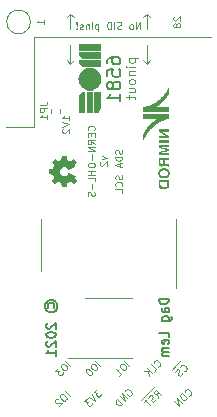
<source format=gbo>
G04 #@! TF.GenerationSoftware,KiCad,Pcbnew,5.1.9-1.fc33*
G04 #@! TF.CreationDate,2021-04-28T13:16:13+02:00*
G04 #@! TF.ProjectId,reDIP-SID,72654449-502d-4534-9944-2e6b69636164,0.2*
G04 #@! TF.SameCoordinates,PX5e28010PY8011a50*
G04 #@! TF.FileFunction,Legend,Bot*
G04 #@! TF.FilePolarity,Positive*
%FSLAX46Y46*%
G04 Gerber Fmt 4.6, Leading zero omitted, Abs format (unit mm)*
G04 Created by KiCad (PCBNEW 5.1.9-1.fc33) date 2021-04-28 13:16:13*
%MOMM*%
%LPD*%
G01*
G04 APERTURE LIST*
%ADD10C,0.120000*%
%ADD11C,0.150000*%
%ADD12C,0.350000*%
G04 APERTURE END LIST*
D10*
X5666193Y5182336D02*
X5241928Y5606600D01*
X4959086Y5323757D02*
X4878274Y5242945D01*
X4858071Y5182336D01*
X4858071Y5101523D01*
X4918680Y5000508D01*
X5060101Y4859087D01*
X5161116Y4798478D01*
X5241928Y4798478D01*
X5302538Y4818681D01*
X5383350Y4899493D01*
X5403553Y4960102D01*
X5403553Y5040914D01*
X5342944Y5141929D01*
X5201522Y5283351D01*
X5100507Y5343960D01*
X5019695Y5343960D01*
X4959086Y5323757D01*
X4635837Y5000508D02*
X4373197Y4737868D01*
X4676243Y4717665D01*
X4615634Y4657056D01*
X4595431Y4596447D01*
X4595431Y4556041D01*
X4615634Y4495432D01*
X4716649Y4394417D01*
X4777258Y4374214D01*
X4817664Y4374214D01*
X4878274Y4394417D01*
X4999492Y4515635D01*
X5019695Y4576244D01*
X5019695Y4616650D01*
X5596193Y2612336D02*
X5171928Y3036600D01*
X4889086Y2753757D02*
X4808274Y2672945D01*
X4788071Y2612336D01*
X4788071Y2531523D01*
X4848680Y2430508D01*
X4990101Y2289087D01*
X5091116Y2228478D01*
X5171928Y2228478D01*
X5232538Y2248681D01*
X5313350Y2329493D01*
X5333553Y2390102D01*
X5333553Y2470914D01*
X5272944Y2571929D01*
X5131522Y2713351D01*
X5030507Y2773960D01*
X4949695Y2773960D01*
X4889086Y2753757D01*
X4586040Y2369899D02*
X4545634Y2369899D01*
X4485025Y2349696D01*
X4384009Y2248681D01*
X4363806Y2188072D01*
X4363806Y2147665D01*
X4384009Y2087056D01*
X4424416Y2046650D01*
X4505228Y2006244D01*
X4990101Y2006244D01*
X4727461Y1743604D01*
X8176193Y5192336D02*
X7751928Y5616600D01*
X7469086Y5333757D02*
X7388274Y5252945D01*
X7368071Y5192336D01*
X7368071Y5111523D01*
X7428680Y5010508D01*
X7570101Y4869087D01*
X7671116Y4808478D01*
X7751928Y4808478D01*
X7812538Y4828681D01*
X7893350Y4909493D01*
X7913553Y4970102D01*
X7913553Y5050914D01*
X7852944Y5151929D01*
X7711522Y5293351D01*
X7610507Y5353960D01*
X7529695Y5353960D01*
X7469086Y5333757D01*
X7024619Y4889290D02*
X6984213Y4848884D01*
X6964009Y4788275D01*
X6964009Y4747868D01*
X6984213Y4687259D01*
X7044822Y4586244D01*
X7145837Y4485229D01*
X7246852Y4424620D01*
X7307461Y4404417D01*
X7347867Y4404417D01*
X7408477Y4424620D01*
X7448883Y4465026D01*
X7469086Y4525635D01*
X7469086Y4566041D01*
X7448883Y4626650D01*
X7388274Y4727665D01*
X7287258Y4828681D01*
X7186243Y4889290D01*
X7125634Y4909493D01*
X7085228Y4909493D01*
X7024619Y4889290D01*
X13054061Y5101016D02*
X13094467Y5101016D01*
X13175279Y5141422D01*
X13215685Y5181828D01*
X13256091Y5262640D01*
X13256091Y5343452D01*
X13235888Y5404062D01*
X13175279Y5505077D01*
X13114670Y5565686D01*
X13013654Y5626295D01*
X12953045Y5646498D01*
X12872233Y5646498D01*
X12791421Y5606092D01*
X12751015Y5565686D01*
X12710609Y5484874D01*
X12710609Y5444468D01*
X12710609Y4676752D02*
X12912639Y4878782D01*
X12488375Y5303046D01*
X12569187Y4535330D02*
X12144923Y4959594D01*
X12326751Y4292894D02*
X12266142Y4717158D01*
X11902487Y4717158D02*
X12387360Y4717158D01*
X15068383Y5629942D02*
X14644119Y5205678D01*
X15292233Y4719188D02*
X15332639Y4719188D01*
X15413451Y4759594D01*
X15453857Y4800000D01*
X15494264Y4880813D01*
X15494264Y4961625D01*
X15474061Y5022234D01*
X15413451Y5123249D01*
X15352842Y5183858D01*
X15251827Y5244468D01*
X15191218Y5264671D01*
X15110406Y5264671D01*
X15029593Y5224265D01*
X14989187Y5183858D01*
X14948781Y5103046D01*
X14948781Y5062640D01*
X14644119Y5205678D02*
X14240058Y4801617D01*
X15150812Y4537361D02*
X15110406Y4456549D01*
X15009390Y4355533D01*
X14948781Y4335330D01*
X14908375Y4335330D01*
X14847766Y4355533D01*
X14807360Y4395939D01*
X14787157Y4456549D01*
X14787157Y4496955D01*
X14807360Y4557564D01*
X14867969Y4658579D01*
X14888172Y4719188D01*
X14888172Y4759594D01*
X14867969Y4820204D01*
X14827563Y4860610D01*
X14766954Y4880813D01*
X14726548Y4880813D01*
X14665938Y4860610D01*
X14564923Y4759594D01*
X14524517Y4678782D01*
X7882944Y3187615D02*
X7620304Y2924975D01*
X7923350Y2904772D01*
X7862741Y2844163D01*
X7842538Y2783554D01*
X7842538Y2743148D01*
X7862741Y2682539D01*
X7963756Y2581523D01*
X8024365Y2561320D01*
X8064771Y2561320D01*
X8125380Y2581523D01*
X8246599Y2702742D01*
X8266802Y2763351D01*
X8266802Y2803757D01*
X7499086Y2803757D02*
X7781928Y2238072D01*
X7216243Y2520914D01*
X7115228Y2419899D02*
X6852588Y2157259D01*
X7155634Y2137056D01*
X7095025Y2076447D01*
X7074822Y2015838D01*
X7074822Y1975432D01*
X7095025Y1914823D01*
X7196040Y1813807D01*
X7256649Y1793604D01*
X7297055Y1793604D01*
X7357664Y1813807D01*
X7478883Y1935026D01*
X7499086Y1995635D01*
X7499086Y2036041D01*
X10291116Y3025381D02*
X10311319Y3085991D01*
X10371928Y3146600D01*
X10452741Y3187006D01*
X10533553Y3187006D01*
X10594162Y3166803D01*
X10695177Y3106194D01*
X10755786Y3045584D01*
X10816396Y2944569D01*
X10836599Y2883960D01*
X10836599Y2803148D01*
X10796193Y2722336D01*
X10755786Y2681929D01*
X10674974Y2641523D01*
X10634568Y2641523D01*
X10493147Y2782945D01*
X10573959Y2863757D01*
X10493147Y2419290D02*
X10068883Y2843554D01*
X10250710Y2176853D01*
X9826446Y2601117D01*
X10048680Y1974823D02*
X9624416Y2399087D01*
X9523400Y2298072D01*
X9482994Y2217259D01*
X9482994Y2136447D01*
X9503197Y2075838D01*
X9563806Y1974823D01*
X9624416Y1914214D01*
X9725431Y1853604D01*
X9786040Y1833401D01*
X9866852Y1833401D01*
X9947664Y1873807D01*
X10048680Y1974823D01*
X15684568Y2651523D02*
X15724974Y2651523D01*
X15805786Y2691929D01*
X15846193Y2732336D01*
X15886599Y2813148D01*
X15886599Y2893960D01*
X15866396Y2954569D01*
X15805786Y3055584D01*
X15745177Y3116194D01*
X15644162Y3176803D01*
X15583553Y3197006D01*
X15502741Y3197006D01*
X15421928Y3156600D01*
X15381522Y3116194D01*
X15341116Y3035381D01*
X15341116Y2994975D01*
X15543147Y2429290D02*
X15118883Y2853554D01*
X15017867Y2752539D01*
X14977461Y2671726D01*
X14977461Y2590914D01*
X14997664Y2530305D01*
X15058274Y2429290D01*
X15118883Y2368681D01*
X15219898Y2308072D01*
X15280507Y2287868D01*
X15361319Y2287868D01*
X15442132Y2328275D01*
X15543147Y2429290D01*
X15118883Y2005026D02*
X14694619Y2429290D01*
X14876446Y1762589D01*
X14452182Y2186853D01*
X12810008Y3441566D02*
X12385744Y3017302D01*
X13074264Y2490407D02*
X13013654Y2833858D01*
X13316700Y2732843D02*
X12892436Y3157107D01*
X12730812Y2995483D01*
X12710609Y2934874D01*
X12710609Y2894468D01*
X12730812Y2833858D01*
X12791421Y2773249D01*
X12852030Y2753046D01*
X12892436Y2753046D01*
X12953045Y2773249D01*
X13114670Y2934874D01*
X12385744Y3017302D02*
X11981683Y2613241D01*
X12892436Y2348985D02*
X12852030Y2268173D01*
X12751015Y2167158D01*
X12690406Y2146955D01*
X12650000Y2146955D01*
X12589390Y2167158D01*
X12548984Y2207564D01*
X12528781Y2268173D01*
X12528781Y2308579D01*
X12548984Y2369188D01*
X12609593Y2470204D01*
X12629796Y2530813D01*
X12629796Y2571219D01*
X12609593Y2631828D01*
X12569187Y2672234D01*
X12508578Y2692437D01*
X12468172Y2692437D01*
X12407563Y2672234D01*
X12306548Y2571219D01*
X12266142Y2490407D01*
X11981683Y2613241D02*
X11658434Y2289992D01*
X12124720Y2389391D02*
X11882284Y2146955D01*
X12427766Y1843909D02*
X12003502Y2268173D01*
X10666193Y5192336D02*
X10241928Y5616600D01*
X9959086Y5333757D02*
X9878274Y5252945D01*
X9858071Y5192336D01*
X9858071Y5111523D01*
X9918680Y5010508D01*
X10060101Y4869087D01*
X10161116Y4808478D01*
X10241928Y4808478D01*
X10302538Y4828681D01*
X10383350Y4909493D01*
X10403553Y4970102D01*
X10403553Y5050914D01*
X10342944Y5151929D01*
X10201522Y5293351D01*
X10100507Y5353960D01*
X10019695Y5353960D01*
X9959086Y5333757D01*
X9797461Y4323604D02*
X10039898Y4566041D01*
X9918680Y4444823D02*
X9494416Y4869087D01*
X9595431Y4848884D01*
X9676243Y4848884D01*
X9736852Y4869087D01*
X14438571Y34747143D02*
X14410000Y34718572D01*
X14381428Y34661429D01*
X14381428Y34518572D01*
X14410000Y34461429D01*
X14438571Y34432858D01*
X14495714Y34404286D01*
X14552857Y34404286D01*
X14638571Y34432858D01*
X14981428Y34775715D01*
X14981428Y34404286D01*
X14638571Y34061429D02*
X14610000Y34118572D01*
X14581428Y34147143D01*
X14524285Y34175715D01*
X14495714Y34175715D01*
X14438571Y34147143D01*
X14410000Y34118572D01*
X14381428Y34061429D01*
X14381428Y33947143D01*
X14410000Y33890000D01*
X14438571Y33861429D01*
X14495714Y33832858D01*
X14524285Y33832858D01*
X14581428Y33861429D01*
X14610000Y33890000D01*
X14638571Y33947143D01*
X14638571Y34061429D01*
X14667142Y34118572D01*
X14695714Y34147143D01*
X14752857Y34175715D01*
X14867142Y34175715D01*
X14924285Y34147143D01*
X14952857Y34118572D01*
X14981428Y34061429D01*
X14981428Y33947143D01*
X14952857Y33890000D01*
X14924285Y33861429D01*
X14867142Y33832858D01*
X14752857Y33832858D01*
X14695714Y33861429D01*
X14667142Y33890000D01*
X14638571Y33947143D01*
D11*
X8777619Y30801905D02*
X8777619Y31011429D01*
X8830000Y31116191D01*
X8882380Y31168572D01*
X9039523Y31273334D01*
X9249047Y31325715D01*
X9668095Y31325715D01*
X9772857Y31273334D01*
X9825238Y31220953D01*
X9877619Y31116191D01*
X9877619Y30906667D01*
X9825238Y30801905D01*
X9772857Y30749524D01*
X9668095Y30697143D01*
X9406190Y30697143D01*
X9301428Y30749524D01*
X9249047Y30801905D01*
X9196666Y30906667D01*
X9196666Y31116191D01*
X9249047Y31220953D01*
X9301428Y31273334D01*
X9406190Y31325715D01*
X8777619Y29701905D02*
X8777619Y30225715D01*
X9301428Y30278096D01*
X9249047Y30225715D01*
X9196666Y30120953D01*
X9196666Y29859048D01*
X9249047Y29754286D01*
X9301428Y29701905D01*
X9406190Y29649524D01*
X9668095Y29649524D01*
X9772857Y29701905D01*
X9825238Y29754286D01*
X9877619Y29859048D01*
X9877619Y30120953D01*
X9825238Y30225715D01*
X9772857Y30278096D01*
X9249047Y29020953D02*
X9196666Y29125715D01*
X9144285Y29178096D01*
X9039523Y29230477D01*
X8987142Y29230477D01*
X8882380Y29178096D01*
X8830000Y29125715D01*
X8777619Y29020953D01*
X8777619Y28811429D01*
X8830000Y28706667D01*
X8882380Y28654286D01*
X8987142Y28601905D01*
X9039523Y28601905D01*
X9144285Y28654286D01*
X9196666Y28706667D01*
X9249047Y28811429D01*
X9249047Y29020953D01*
X9301428Y29125715D01*
X9353809Y29178096D01*
X9458571Y29230477D01*
X9668095Y29230477D01*
X9772857Y29178096D01*
X9825238Y29125715D01*
X9877619Y29020953D01*
X9877619Y28811429D01*
X9825238Y28706667D01*
X9772857Y28654286D01*
X9668095Y28601905D01*
X9458571Y28601905D01*
X9353809Y28654286D01*
X9301428Y28706667D01*
X9249047Y28811429D01*
X9877619Y27554286D02*
X9877619Y28182858D01*
X9877619Y27868572D02*
X8777619Y27868572D01*
X8934761Y27973334D01*
X9039523Y28078096D01*
X9091904Y28182858D01*
D10*
X11580000Y33688572D02*
X11580000Y34288572D01*
X11237142Y33688572D01*
X11237142Y34288572D01*
X10865714Y33688572D02*
X10922857Y33717143D01*
X10951428Y33745715D01*
X10980000Y33802858D01*
X10980000Y33974286D01*
X10951428Y34031429D01*
X10922857Y34060000D01*
X10865714Y34088572D01*
X10780000Y34088572D01*
X10722857Y34060000D01*
X10694285Y34031429D01*
X10665714Y33974286D01*
X10665714Y33802858D01*
X10694285Y33745715D01*
X10722857Y33717143D01*
X10780000Y33688572D01*
X10865714Y33688572D01*
X9980000Y33717143D02*
X9894285Y33688572D01*
X9751428Y33688572D01*
X9694285Y33717143D01*
X9665714Y33745715D01*
X9637142Y33802858D01*
X9637142Y33860000D01*
X9665714Y33917143D01*
X9694285Y33945715D01*
X9751428Y33974286D01*
X9865714Y34002858D01*
X9922857Y34031429D01*
X9951428Y34060000D01*
X9980000Y34117143D01*
X9980000Y34174286D01*
X9951428Y34231429D01*
X9922857Y34260000D01*
X9865714Y34288572D01*
X9722857Y34288572D01*
X9637142Y34260000D01*
X9380000Y33688572D02*
X9380000Y34288572D01*
X9094285Y33688572D02*
X9094285Y34288572D01*
X8951428Y34288572D01*
X8865714Y34260000D01*
X8808571Y34202858D01*
X8780000Y34145715D01*
X8751428Y34031429D01*
X8751428Y33945715D01*
X8780000Y33831429D01*
X8808571Y33774286D01*
X8865714Y33717143D01*
X8951428Y33688572D01*
X9094285Y33688572D01*
X8037142Y34088572D02*
X8037142Y33488572D01*
X8037142Y34060000D02*
X7980000Y34088572D01*
X7865714Y34088572D01*
X7808571Y34060000D01*
X7780000Y34031429D01*
X7751428Y33974286D01*
X7751428Y33802858D01*
X7780000Y33745715D01*
X7808571Y33717143D01*
X7865714Y33688572D01*
X7980000Y33688572D01*
X8037142Y33717143D01*
X7494285Y33688572D02*
X7494285Y34088572D01*
X7494285Y34288572D02*
X7522857Y34260000D01*
X7494285Y34231429D01*
X7465714Y34260000D01*
X7494285Y34288572D01*
X7494285Y34231429D01*
X7208571Y34088572D02*
X7208571Y33688572D01*
X7208571Y34031429D02*
X7180000Y34060000D01*
X7122857Y34088572D01*
X7037142Y34088572D01*
X6980000Y34060000D01*
X6951428Y34002858D01*
X6951428Y33688572D01*
X6694285Y33717143D02*
X6637142Y33688572D01*
X6522857Y33688572D01*
X6465714Y33717143D01*
X6437142Y33774286D01*
X6437142Y33802858D01*
X6465714Y33860000D01*
X6522857Y33888572D01*
X6608571Y33888572D01*
X6665714Y33917143D01*
X6694285Y33974286D01*
X6694285Y34002858D01*
X6665714Y34060000D01*
X6608571Y34088572D01*
X6522857Y34088572D01*
X6465714Y34060000D01*
X6180000Y33745715D02*
X6151428Y33717143D01*
X6180000Y33688572D01*
X6208571Y33717143D01*
X6180000Y33745715D01*
X6180000Y33688572D01*
X6180000Y33917143D02*
X6208571Y34260000D01*
X6180000Y34288572D01*
X6151428Y34260000D01*
X6180000Y33917143D01*
X6180000Y34288572D01*
X2540000Y25400000D02*
X200000Y25400000D01*
X17580000Y33020000D02*
X2540000Y33020000D01*
X2540000Y25400000D02*
X2540000Y33020000D01*
X7664285Y25110000D02*
X7692857Y25138572D01*
X7721428Y25224286D01*
X7721428Y25281429D01*
X7692857Y25367143D01*
X7635714Y25424286D01*
X7578571Y25452858D01*
X7464285Y25481429D01*
X7378571Y25481429D01*
X7264285Y25452858D01*
X7207142Y25424286D01*
X7150000Y25367143D01*
X7121428Y25281429D01*
X7121428Y25224286D01*
X7150000Y25138572D01*
X7178571Y25110000D01*
X7407142Y24852858D02*
X7407142Y24652858D01*
X7721428Y24567143D02*
X7721428Y24852858D01*
X7121428Y24852858D01*
X7121428Y24567143D01*
X7721428Y23967143D02*
X7435714Y24167143D01*
X7721428Y24310000D02*
X7121428Y24310000D01*
X7121428Y24081429D01*
X7150000Y24024286D01*
X7178571Y23995715D01*
X7235714Y23967143D01*
X7321428Y23967143D01*
X7378571Y23995715D01*
X7407142Y24024286D01*
X7435714Y24081429D01*
X7435714Y24310000D01*
X7721428Y23710000D02*
X7121428Y23710000D01*
X7721428Y23367143D01*
X7121428Y23367143D01*
X7492857Y23081429D02*
X7492857Y22624286D01*
X7121428Y22224286D02*
X7121428Y22110000D01*
X7150000Y22052858D01*
X7207142Y21995715D01*
X7321428Y21967143D01*
X7521428Y21967143D01*
X7635714Y21995715D01*
X7692857Y22052858D01*
X7721428Y22110000D01*
X7721428Y22224286D01*
X7692857Y22281429D01*
X7635714Y22338572D01*
X7521428Y22367143D01*
X7321428Y22367143D01*
X7207142Y22338572D01*
X7150000Y22281429D01*
X7121428Y22224286D01*
X7721428Y21710000D02*
X7121428Y21710000D01*
X7407142Y21710000D02*
X7407142Y21367143D01*
X7721428Y21367143D02*
X7121428Y21367143D01*
X7721428Y20795715D02*
X7721428Y21081429D01*
X7121428Y21081429D01*
X7492857Y20595715D02*
X7492857Y20138572D01*
X7692857Y19881429D02*
X7721428Y19795715D01*
X7721428Y19652858D01*
X7692857Y19595715D01*
X7664285Y19567143D01*
X7607142Y19538572D01*
X7550000Y19538572D01*
X7492857Y19567143D01*
X7464285Y19595715D01*
X7435714Y19652858D01*
X7407142Y19767143D01*
X7378571Y19824286D01*
X7350000Y19852858D01*
X7292857Y19881429D01*
X7235714Y19881429D01*
X7178571Y19852858D01*
X7150000Y19824286D01*
X7121428Y19767143D01*
X7121428Y19624286D01*
X7150000Y19538572D01*
X8341428Y22938572D02*
X8741428Y22795715D01*
X8341428Y22652858D01*
X8198571Y22452858D02*
X8170000Y22424286D01*
X8141428Y22367143D01*
X8141428Y22224286D01*
X8170000Y22167143D01*
X8198571Y22138572D01*
X8255714Y22110000D01*
X8312857Y22110000D01*
X8398571Y22138572D01*
X8741428Y22481429D01*
X8741428Y22110000D01*
X5670000Y30740000D02*
X5370000Y31040000D01*
X5970000Y31040000D02*
X5670000Y30740000D01*
X5670000Y32370000D02*
X5670000Y30740000D01*
X5670000Y33690000D02*
X5670000Y34980000D01*
X5670000Y34980000D02*
X5970000Y34680000D01*
X5370000Y34680000D02*
X5670000Y34980000D01*
X12130000Y34980000D02*
X12430000Y34680000D01*
X11830000Y34680000D02*
X12130000Y34980000D01*
X12130000Y33690000D02*
X12130000Y34980000D01*
X3401428Y34118572D02*
X3401428Y34461429D01*
X3401428Y34290000D02*
X2801428Y34290000D01*
X2887142Y34347143D01*
X2944285Y34404286D01*
X2972857Y34461429D01*
X12430000Y31040000D02*
X12130000Y30740000D01*
X12130000Y30740000D02*
X11830000Y31040000D01*
X12130000Y32370000D02*
X12130000Y30740000D01*
X10608571Y31226191D02*
X11408571Y31226191D01*
X10646666Y31226191D02*
X10608571Y31150000D01*
X10608571Y30997620D01*
X10646666Y30921429D01*
X10684761Y30883334D01*
X10760952Y30845239D01*
X10989523Y30845239D01*
X11065714Y30883334D01*
X11103809Y30921429D01*
X11141904Y30997620D01*
X11141904Y31150000D01*
X11103809Y31226191D01*
X11141904Y30502381D02*
X10608571Y30502381D01*
X10341904Y30502381D02*
X10380000Y30540477D01*
X10418095Y30502381D01*
X10380000Y30464286D01*
X10341904Y30502381D01*
X10418095Y30502381D01*
X10608571Y30121429D02*
X11141904Y30121429D01*
X10684761Y30121429D02*
X10646666Y30083334D01*
X10608571Y30007143D01*
X10608571Y29892858D01*
X10646666Y29816667D01*
X10722857Y29778572D01*
X11141904Y29778572D01*
X11141904Y29283334D02*
X11103809Y29359524D01*
X11065714Y29397620D01*
X10989523Y29435715D01*
X10760952Y29435715D01*
X10684761Y29397620D01*
X10646666Y29359524D01*
X10608571Y29283334D01*
X10608571Y29169048D01*
X10646666Y29092858D01*
X10684761Y29054762D01*
X10760952Y29016667D01*
X10989523Y29016667D01*
X11065714Y29054762D01*
X11103809Y29092858D01*
X11141904Y29169048D01*
X11141904Y29283334D01*
X10608571Y28330953D02*
X11141904Y28330953D01*
X10608571Y28673810D02*
X11027619Y28673810D01*
X11103809Y28635715D01*
X11141904Y28559524D01*
X11141904Y28445239D01*
X11103809Y28369048D01*
X11065714Y28330953D01*
X10608571Y28064286D02*
X10608571Y27759524D01*
X10341904Y27950000D02*
X11027619Y27950000D01*
X11103809Y27911905D01*
X11141904Y27835715D01*
X11141904Y27759524D01*
X2270000Y34290000D02*
G75*
G03*
X2270000Y34290000I-1000000J0D01*
G01*
D11*
X3802380Y10086191D02*
X3764285Y10162381D01*
X3764285Y10314762D01*
X3802380Y10390953D01*
X3878571Y10467143D01*
X3954761Y10505239D01*
X4107142Y10505239D01*
X4183333Y10467143D01*
X4259523Y10390953D01*
X4297619Y10314762D01*
X4297619Y10162381D01*
X4259523Y10086191D01*
X3497619Y10238572D02*
X3535714Y10429048D01*
X3650000Y10619524D01*
X3840476Y10733810D01*
X4030952Y10771905D01*
X4221428Y10733810D01*
X4411904Y10619524D01*
X4526190Y10429048D01*
X4564285Y10238572D01*
X4526190Y10048096D01*
X4411904Y9857620D01*
X4221428Y9743334D01*
X4030952Y9705239D01*
X3840476Y9743334D01*
X3650000Y9857620D01*
X3535714Y10048096D01*
X3497619Y10238572D01*
X3688095Y8790953D02*
X3650000Y8752858D01*
X3611904Y8676667D01*
X3611904Y8486191D01*
X3650000Y8410000D01*
X3688095Y8371905D01*
X3764285Y8333810D01*
X3840476Y8333810D01*
X3954761Y8371905D01*
X4411904Y8829048D01*
X4411904Y8333810D01*
X3611904Y7838572D02*
X3611904Y7762381D01*
X3650000Y7686191D01*
X3688095Y7648096D01*
X3764285Y7610000D01*
X3916666Y7571905D01*
X4107142Y7571905D01*
X4259523Y7610000D01*
X4335714Y7648096D01*
X4373809Y7686191D01*
X4411904Y7762381D01*
X4411904Y7838572D01*
X4373809Y7914762D01*
X4335714Y7952858D01*
X4259523Y7990953D01*
X4107142Y8029048D01*
X3916666Y8029048D01*
X3764285Y7990953D01*
X3688095Y7952858D01*
X3650000Y7914762D01*
X3611904Y7838572D01*
X3688095Y7267143D02*
X3650000Y7229048D01*
X3611904Y7152858D01*
X3611904Y6962381D01*
X3650000Y6886191D01*
X3688095Y6848096D01*
X3764285Y6810000D01*
X3840476Y6810000D01*
X3954761Y6848096D01*
X4411904Y7305239D01*
X4411904Y6810000D01*
X4411904Y6048096D02*
X4411904Y6505239D01*
X4411904Y6276667D02*
X3611904Y6276667D01*
X3726190Y6352858D01*
X3802380Y6429048D01*
X3840476Y6505239D01*
X13971904Y10848096D02*
X13171904Y10848096D01*
X13171904Y10657620D01*
X13210000Y10543334D01*
X13286190Y10467143D01*
X13362380Y10429048D01*
X13514761Y10390953D01*
X13629047Y10390953D01*
X13781428Y10429048D01*
X13857619Y10467143D01*
X13933809Y10543334D01*
X13971904Y10657620D01*
X13971904Y10848096D01*
X13971904Y9705239D02*
X13552857Y9705239D01*
X13476666Y9743334D01*
X13438571Y9819524D01*
X13438571Y9971905D01*
X13476666Y10048096D01*
X13933809Y9705239D02*
X13971904Y9781429D01*
X13971904Y9971905D01*
X13933809Y10048096D01*
X13857619Y10086191D01*
X13781428Y10086191D01*
X13705238Y10048096D01*
X13667142Y9971905D01*
X13667142Y9781429D01*
X13629047Y9705239D01*
X13438571Y8981429D02*
X14086190Y8981429D01*
X14162380Y9019524D01*
X14200476Y9057620D01*
X14238571Y9133810D01*
X14238571Y9248096D01*
X14200476Y9324286D01*
X13933809Y8981429D02*
X13971904Y9057620D01*
X13971904Y9210000D01*
X13933809Y9286191D01*
X13895714Y9324286D01*
X13819523Y9362381D01*
X13590952Y9362381D01*
X13514761Y9324286D01*
X13476666Y9286191D01*
X13438571Y9210000D01*
X13438571Y9057620D01*
X13476666Y8981429D01*
X13971904Y7610000D02*
X13971904Y7990953D01*
X13171904Y7990953D01*
X13933809Y7038572D02*
X13971904Y7114762D01*
X13971904Y7267143D01*
X13933809Y7343334D01*
X13857619Y7381429D01*
X13552857Y7381429D01*
X13476666Y7343334D01*
X13438571Y7267143D01*
X13438571Y7114762D01*
X13476666Y7038572D01*
X13552857Y7000477D01*
X13629047Y7000477D01*
X13705238Y7381429D01*
X13971904Y6657620D02*
X13438571Y6657620D01*
X13514761Y6657620D02*
X13476666Y6619524D01*
X13438571Y6543334D01*
X13438571Y6429048D01*
X13476666Y6352858D01*
X13552857Y6314762D01*
X13971904Y6314762D01*
X13552857Y6314762D02*
X13476666Y6276667D01*
X13438571Y6200477D01*
X13438571Y6086191D01*
X13476666Y6010000D01*
X13552857Y5971905D01*
X13971904Y5971905D01*
D10*
X10042857Y21304286D02*
X10071428Y21218572D01*
X10071428Y21075715D01*
X10042857Y21018572D01*
X10014285Y20990000D01*
X9957142Y20961429D01*
X9900000Y20961429D01*
X9842857Y20990000D01*
X9814285Y21018572D01*
X9785714Y21075715D01*
X9757142Y21190000D01*
X9728571Y21247143D01*
X9700000Y21275715D01*
X9642857Y21304286D01*
X9585714Y21304286D01*
X9528571Y21275715D01*
X9500000Y21247143D01*
X9471428Y21190000D01*
X9471428Y21047143D01*
X9500000Y20961429D01*
X10014285Y20361429D02*
X10042857Y20390000D01*
X10071428Y20475715D01*
X10071428Y20532858D01*
X10042857Y20618572D01*
X9985714Y20675715D01*
X9928571Y20704286D01*
X9814285Y20732858D01*
X9728571Y20732858D01*
X9614285Y20704286D01*
X9557142Y20675715D01*
X9500000Y20618572D01*
X9471428Y20532858D01*
X9471428Y20475715D01*
X9500000Y20390000D01*
X9528571Y20361429D01*
X10071428Y19818572D02*
X10071428Y20104286D01*
X9471428Y20104286D01*
X10032857Y23488572D02*
X10061428Y23402858D01*
X10061428Y23260000D01*
X10032857Y23202858D01*
X10004285Y23174286D01*
X9947142Y23145715D01*
X9890000Y23145715D01*
X9832857Y23174286D01*
X9804285Y23202858D01*
X9775714Y23260000D01*
X9747142Y23374286D01*
X9718571Y23431429D01*
X9690000Y23460000D01*
X9632857Y23488572D01*
X9575714Y23488572D01*
X9518571Y23460000D01*
X9490000Y23431429D01*
X9461428Y23374286D01*
X9461428Y23231429D01*
X9490000Y23145715D01*
X10061428Y22888572D02*
X9461428Y22888572D01*
X9461428Y22745715D01*
X9490000Y22660000D01*
X9547142Y22602858D01*
X9604285Y22574286D01*
X9718571Y22545715D01*
X9804285Y22545715D01*
X9918571Y22574286D01*
X9975714Y22602858D01*
X10032857Y22660000D01*
X10061428Y22745715D01*
X10061428Y22888572D01*
X9890000Y22317143D02*
X9890000Y22031429D01*
X10061428Y22374286D02*
X9461428Y22174286D01*
X10061428Y21974286D01*
X5571428Y25981429D02*
X5571428Y26324286D01*
X5571428Y26152858D02*
X4971428Y26152858D01*
X5057142Y26210000D01*
X5114285Y26267143D01*
X5142857Y26324286D01*
X4971428Y25810000D02*
X5571428Y25610000D01*
X4971428Y25410000D01*
X5028571Y25238572D02*
X5000000Y25210000D01*
X4971428Y25152858D01*
X4971428Y25010000D01*
X5000000Y24952858D01*
X5028571Y24924286D01*
X5085714Y24895715D01*
X5142857Y24895715D01*
X5228571Y24924286D01*
X5571428Y25267143D01*
X5571428Y24895715D01*
G04 #@! TO.C,U3*
X3140000Y17590000D02*
X3140000Y13190000D01*
X14640000Y11740000D02*
X14640000Y17590000D01*
G04 #@! TO.C,JP1*
X3990000Y26913641D02*
X3990000Y26606359D01*
X4750000Y26913641D02*
X4750000Y26606359D01*
D12*
G04 #@! TO.C,MOS logo*
G36*
X7692846Y28335307D02*
G01*
X7692846Y26586940D01*
X7726712Y26553073D01*
X7768432Y26553073D01*
X7873901Y26573419D01*
X7986269Y26619879D01*
X8093771Y26697262D01*
X8184642Y26810376D01*
X8247115Y26964028D01*
X8269425Y27163025D01*
X8269425Y28335307D01*
X8235559Y28369173D01*
X7726712Y28369173D01*
X7692846Y28335307D01*
G37*
G36*
X7041572Y28340498D02*
G01*
X7041572Y26608188D01*
X7075438Y26574322D01*
X7551707Y26574322D01*
X7585574Y26608188D01*
X7585574Y28340498D01*
X7551707Y28374365D01*
X7075438Y28374365D01*
X7041572Y28340498D01*
G37*
G36*
X6361886Y27840920D02*
G01*
X6361886Y26625040D01*
X6395752Y26591173D01*
X6896979Y26591173D01*
X6930846Y26625040D01*
X6930846Y28341233D01*
X6896979Y28375100D01*
X6845520Y28375100D01*
X6712651Y28348068D01*
X6583150Y28280562D01*
X6471720Y28173154D01*
X6393065Y28026416D01*
X6361886Y27840920D01*
G37*
G36*
X6360192Y31037020D02*
G01*
X6360192Y30992622D01*
X6395944Y30823530D01*
X6482022Y30681551D01*
X6604945Y30572753D01*
X6751236Y30503205D01*
X6907414Y30478977D01*
X8235566Y30478977D01*
X8269432Y30512844D01*
X8269432Y31037020D01*
X8235566Y31070887D01*
X6394059Y31070887D01*
X6360192Y31037020D01*
G37*
G36*
X6360700Y31716259D02*
G01*
X6360700Y31671752D01*
X6397113Y31510943D01*
X6477416Y31370164D01*
X6592340Y31257928D01*
X6732619Y31182748D01*
X6888983Y31153137D01*
X8234268Y31153137D01*
X8268473Y31187342D01*
X8268473Y31716259D01*
X8234268Y31750464D01*
X6394906Y31750464D01*
X6360700Y31716259D01*
G37*
G36*
X6363579Y32373247D02*
G01*
X6363579Y31885192D01*
X6397258Y31851513D01*
X8234900Y31851513D01*
X8268579Y31885192D01*
X8268579Y32373247D01*
X8234900Y32406927D01*
X6397258Y32406927D01*
X6363579Y32373247D01*
G37*
G36*
X7310000Y28469214D02*
G01*
X7467156Y28481936D01*
X7616237Y28518768D01*
X7755251Y28577708D01*
X7882201Y28656755D01*
X7995094Y28753909D01*
X8091933Y28867167D01*
X8170725Y28994529D01*
X8229475Y29133993D01*
X8266188Y29283559D01*
X8278869Y29441224D01*
X8266188Y29598889D01*
X8229475Y29748454D01*
X8170725Y29887918D01*
X8091933Y30015280D01*
X7995094Y30128538D01*
X7882201Y30225692D01*
X7755251Y30304739D01*
X7616237Y30363679D01*
X7467156Y30400511D01*
X7310000Y30413233D01*
X7152844Y30400511D01*
X7003763Y30363679D01*
X6864749Y30304739D01*
X6737799Y30225692D01*
X6624906Y30128538D01*
X6528067Y30015280D01*
X6449275Y29887918D01*
X6390525Y29748454D01*
X6353812Y29598889D01*
X6341131Y29441224D01*
X6353812Y29283559D01*
X6390525Y29133993D01*
X6449275Y28994529D01*
X6528067Y28867167D01*
X6624906Y28753909D01*
X6737799Y28656755D01*
X6864749Y28577708D01*
X7003763Y28518768D01*
X7152844Y28481936D01*
X7310000Y28469214D01*
G37*
G04 #@! TO.C,svg2mod*
G36*
X13361168Y20362321D02*
G01*
X13804474Y20165672D01*
X13730758Y20142807D01*
X13650065Y20129087D01*
X13562396Y20124514D01*
X13488610Y20128860D01*
X13411088Y20141870D01*
X13334508Y20166845D01*
X13263499Y20206993D01*
X13213132Y20250748D01*
X13174476Y20302633D01*
X13147531Y20362639D01*
X13133276Y20426218D01*
X13127687Y20504032D01*
X13127687Y20897803D01*
X14041747Y20897803D01*
X14041747Y20504032D01*
X14034926Y20425501D01*
X14014463Y20355602D01*
X13980358Y20294332D01*
X13932608Y20241692D01*
X13871214Y20197680D01*
X13804474Y20165672D01*
X13361168Y20362321D01*
X13418187Y20338038D01*
X13489603Y20323469D01*
X13575419Y20318612D01*
X13669529Y20325906D01*
X13749671Y20347751D01*
X13823744Y20392407D01*
X13868184Y20455249D01*
X13882997Y20536276D01*
X13882997Y20712383D01*
X13286437Y20712383D01*
X13286437Y20536276D01*
X13294743Y20459070D01*
X13319656Y20401086D01*
X13361168Y20362321D01*
G37*
G36*
X11835945Y24831328D02*
G01*
X11865914Y24900672D01*
X11899912Y24970497D01*
X11937788Y25040627D01*
X11979391Y25110885D01*
X12024571Y25181095D01*
X12073176Y25251082D01*
X12125056Y25320669D01*
X12180060Y25389680D01*
X12238036Y25457938D01*
X12298834Y25525268D01*
X12362304Y25591493D01*
X12428293Y25656437D01*
X12496651Y25719925D01*
X12567227Y25781779D01*
X12639871Y25841824D01*
X12714431Y25899883D01*
X12790757Y25955781D01*
X12868697Y26009342D01*
X12948100Y26060388D01*
X11836510Y26060388D01*
X11836510Y26477618D01*
X14039948Y26477618D01*
X14039948Y26060388D01*
X14031763Y26060388D01*
X13951347Y26056872D01*
X13870603Y26048267D01*
X13789655Y26034781D01*
X13708629Y26016621D01*
X13627647Y25993996D01*
X13546836Y25967113D01*
X13466318Y25936178D01*
X13386218Y25901401D01*
X13306661Y25862989D01*
X13227771Y25821149D01*
X13149672Y25776089D01*
X13072488Y25728016D01*
X12996345Y25677139D01*
X12921366Y25623664D01*
X12847675Y25567799D01*
X12775398Y25509753D01*
X12704658Y25449732D01*
X12635579Y25387945D01*
X12568286Y25324598D01*
X12502904Y25259900D01*
X12439557Y25194059D01*
X12378368Y25127280D01*
X12319463Y25059774D01*
X12262965Y24991746D01*
X12209000Y24923405D01*
X12157691Y24854958D01*
X12109162Y24786613D01*
X12063539Y24718577D01*
X12020945Y24651059D01*
X11981505Y24584265D01*
X11945343Y24518404D01*
X11912584Y24453683D01*
X11883351Y24390309D01*
X11857769Y24328491D01*
X11835963Y24268435D01*
X11835783Y24299607D01*
X11835707Y24380106D01*
X11835708Y24490186D01*
X11835760Y24610096D01*
X11835835Y24720089D01*
X11835906Y24800415D01*
X11835945Y24831328D01*
G37*
G36*
X11835857Y27106832D02*
G01*
X11844059Y27106832D01*
X11924475Y27110341D01*
X12005219Y27118922D01*
X12086167Y27132371D01*
X12167193Y27150479D01*
X12248174Y27173041D01*
X12328986Y27199850D01*
X12409504Y27230699D01*
X12489604Y27265381D01*
X12569161Y27303689D01*
X12648051Y27345417D01*
X12726150Y27390359D01*
X12803333Y27438307D01*
X12879477Y27489054D01*
X12954456Y27542395D01*
X13028146Y27598122D01*
X13100424Y27656029D01*
X13171164Y27715909D01*
X13240242Y27777555D01*
X13307535Y27840761D01*
X13372917Y27905320D01*
X13436264Y27971024D01*
X13497453Y28037668D01*
X13556358Y28105045D01*
X13612855Y28172948D01*
X13666820Y28241171D01*
X13718129Y28309506D01*
X13766657Y28377747D01*
X13812280Y28445687D01*
X13854873Y28513120D01*
X13894313Y28579839D01*
X13930474Y28645637D01*
X13963233Y28710307D01*
X13992465Y28773643D01*
X14018046Y28835439D01*
X14039852Y28895486D01*
X14039721Y28859805D01*
X14039745Y28779348D01*
X14039858Y28672192D01*
X14039993Y28556412D01*
X14040085Y28450085D01*
X14040067Y28371288D01*
X14039873Y28338097D01*
X14009903Y28268735D01*
X13975904Y28198859D01*
X13938027Y28128649D01*
X13896423Y28058287D01*
X13851243Y27987951D01*
X13802638Y27917821D01*
X13750759Y27848079D01*
X13695755Y27778903D01*
X13637780Y27710473D01*
X13576982Y27642970D01*
X13513514Y27576574D01*
X13447525Y27511464D01*
X13379168Y27447820D01*
X13308592Y27385823D01*
X13235949Y27325652D01*
X13161389Y27267488D01*
X13085064Y27211510D01*
X13007124Y27157898D01*
X12927720Y27106832D01*
X14039314Y27106832D01*
X14039314Y26689602D01*
X11835857Y26688491D01*
X11835857Y27106832D01*
G37*
G36*
X14039176Y25183047D02*
G01*
X13125124Y25183047D01*
X13125124Y24982740D01*
X13763225Y24618744D01*
X13125124Y24618744D01*
X13125124Y24440767D01*
X14039176Y24440767D01*
X14039176Y24631761D01*
X13389914Y25005071D01*
X14039176Y25005071D01*
X14039176Y25183047D01*
G37*
G36*
X13125124Y24260339D02*
G01*
X14039176Y24260339D01*
X14039176Y24070580D01*
X13125124Y24070580D01*
X13125124Y24260339D01*
G37*
G36*
X13843840Y23434045D02*
G01*
X13125124Y23269104D01*
X13125124Y22994396D01*
X14039176Y22994396D01*
X14039176Y23172355D01*
X13420920Y23172355D01*
X13346196Y23171738D01*
X13272091Y23171120D01*
X14039176Y23344140D01*
X14039176Y23529542D01*
X13272091Y23701328D01*
X13346196Y23700710D01*
X13420920Y23700075D01*
X14039176Y23700075D01*
X14039176Y23878052D01*
X13125124Y23878052D01*
X13125124Y23600239D01*
X13843840Y23434045D01*
G37*
G36*
X13299996Y22293674D02*
G01*
X13125124Y22795359D01*
X14039176Y22795359D01*
X14039176Y22608704D01*
X13680749Y22608704D01*
X13680749Y22411501D01*
X13688040Y22340580D01*
X13709894Y22296461D01*
X13753615Y22273135D01*
X13826476Y22264534D01*
X13911432Y22263300D01*
X13990187Y22255239D01*
X14039176Y22242821D01*
X14039176Y22032600D01*
X14016232Y22032600D01*
X13964142Y22067331D01*
X13879187Y22072288D01*
X13817795Y22072288D01*
X13734009Y22078885D01*
X13674858Y22098658D01*
X13633395Y22134234D01*
X13602614Y22188264D01*
X13567350Y22123308D01*
X13513628Y22079732D01*
X13450145Y22055092D01*
X13385573Y22046870D01*
X13334571Y22051216D01*
X13289455Y22064227D01*
X13212560Y22111358D01*
X13175516Y22151286D01*
X13148688Y22199112D01*
X13131950Y22261990D01*
X13125124Y22347014D01*
X13125124Y22795359D01*
X13299996Y22293674D01*
X13342175Y22252286D01*
X13411619Y22238482D01*
X13475805Y22252751D01*
X13514557Y22295543D01*
X13525720Y22335853D01*
X13529441Y22392275D01*
X13529441Y22608704D01*
X13283874Y22608704D01*
X13283874Y22386701D01*
X13287910Y22332435D01*
X13299996Y22293674D01*
G37*
G36*
X13819035Y21659591D02*
G01*
X13485462Y21911386D01*
X13580910Y21916942D01*
X13674777Y21911386D01*
X13759412Y21894717D01*
X13834818Y21866936D01*
X13900994Y21828042D01*
X13957941Y21778036D01*
X14004611Y21720492D01*
X14037942Y21651393D01*
X14057937Y21570738D01*
X14064601Y21478528D01*
X14057937Y21386327D01*
X14037942Y21305673D01*
X14004611Y21236565D01*
X13957941Y21179002D01*
X13900994Y21129222D01*
X13834818Y21090502D01*
X13759412Y21062842D01*
X13674777Y21046246D01*
X13580910Y21040713D01*
X13485462Y21046246D01*
X13400036Y21062842D01*
X13324630Y21090502D01*
X13259245Y21129222D01*
X13203878Y21179002D01*
X13157218Y21236565D01*
X13123886Y21305673D01*
X13103885Y21386327D01*
X13097218Y21478528D01*
X13103885Y21570738D01*
X13123886Y21651393D01*
X13157218Y21720492D01*
X13203878Y21778036D01*
X13259245Y21828042D01*
X13324630Y21866936D01*
X13400036Y21894717D01*
X13485462Y21911386D01*
X13819035Y21659591D01*
X13755370Y21697153D01*
X13675995Y21719678D01*
X13580910Y21727183D01*
X13485825Y21719678D01*
X13406450Y21697153D01*
X13342785Y21659591D01*
X13296276Y21609438D01*
X13268371Y21549083D01*
X13259069Y21478528D01*
X13268408Y21408070D01*
X13296420Y21348026D01*
X13343095Y21298382D01*
X13406870Y21261348D01*
X13486143Y21239119D01*
X13580910Y21231707D01*
X13675995Y21239119D01*
X13755370Y21261348D01*
X13819035Y21298382D01*
X13865544Y21348026D01*
X13893449Y21408070D01*
X13902751Y21478528D01*
X13893449Y21549083D01*
X13865544Y21609438D01*
X13819035Y21659591D01*
G37*
G04 #@! TO.C,OSHW logo*
G36*
X4966541Y20306016D02*
G01*
X4905879Y20632228D01*
X4889269Y20651536D01*
X4655986Y20751528D01*
X4630765Y20749941D01*
X4353746Y20559877D01*
X4331204Y20561961D01*
X4093813Y20799352D01*
X4091729Y20821874D01*
X4285166Y21103755D01*
X4286992Y21129095D01*
X4194421Y21355235D01*
X4175331Y21371904D01*
X3837928Y21434709D01*
X3823462Y21452112D01*
X3823462Y21787868D01*
X3837928Y21805251D01*
X4175331Y21868037D01*
X4194421Y21884706D01*
X4286992Y22110865D01*
X4285166Y22136205D01*
X4091729Y22418066D01*
X4093813Y22440609D01*
X4331204Y22678019D01*
X4353746Y22680103D01*
X4630765Y22490019D01*
X4655986Y22488452D01*
X4889269Y22588464D01*
X4905879Y22607772D01*
X4966541Y22933964D01*
X4983964Y22948430D01*
X5319700Y22948410D01*
X5337123Y22933944D01*
X5396337Y22615749D01*
X5413065Y22596858D01*
X5661211Y22497520D01*
X5686552Y22499406D01*
X5949938Y22680142D01*
X5972500Y22678059D01*
X6209891Y22440628D01*
X6211974Y22418086D01*
X6034393Y22159363D01*
X6033539Y22134558D01*
X6094460Y22020457D01*
X6087554Y22001704D01*
X5519090Y21766437D01*
X5497838Y21773343D01*
X5480355Y21801898D01*
X5466524Y21819956D01*
X5385324Y21910162D01*
X5278596Y21969773D01*
X5153767Y21991306D01*
X5036407Y21972376D01*
X4934482Y21919663D01*
X4854108Y21839286D01*
X4801399Y21737362D01*
X4782470Y21620010D01*
X4801399Y21502660D01*
X4854108Y21400741D01*
X4934482Y21320370D01*
X5036407Y21267662D01*
X5153767Y21248733D01*
X5278596Y21270262D01*
X5385324Y21329869D01*
X5466524Y21420084D01*
X5480355Y21438102D01*
X5497838Y21466657D01*
X5519090Y21473563D01*
X6087574Y21238315D01*
X6094479Y21219563D01*
X6033559Y21105461D01*
X6034412Y21080657D01*
X6211994Y20821914D01*
X6209911Y20799391D01*
X5972520Y20561961D01*
X5949957Y20559877D01*
X5686571Y20740634D01*
X5661231Y20742499D01*
X5413085Y20643162D01*
X5396357Y20624290D01*
X5337143Y20306096D01*
X5319720Y20291630D01*
X4983984Y20291590D01*
X4966541Y20306016D01*
G37*
D10*
G04 #@! TO.C,U6*
X8890000Y5800000D02*
X5440000Y5800000D01*
X8890000Y5800000D02*
X10840000Y5800000D01*
X8890000Y10920000D02*
X6940000Y10920000D01*
X8890000Y10920000D02*
X10840000Y10920000D01*
G04 #@! TO.C,JP1*
X3091428Y27260000D02*
X3520000Y27260000D01*
X3605714Y27288572D01*
X3662857Y27345715D01*
X3691428Y27431429D01*
X3691428Y27488572D01*
X3691428Y26974286D02*
X3091428Y26974286D01*
X3091428Y26745715D01*
X3120000Y26688572D01*
X3148571Y26660000D01*
X3205714Y26631429D01*
X3291428Y26631429D01*
X3348571Y26660000D01*
X3377142Y26688572D01*
X3405714Y26745715D01*
X3405714Y26974286D01*
X3691428Y26060000D02*
X3691428Y26402858D01*
X3691428Y26231429D02*
X3091428Y26231429D01*
X3177142Y26288572D01*
X3234285Y26345715D01*
X3262857Y26402858D01*
G04 #@! TD*
M02*

</source>
